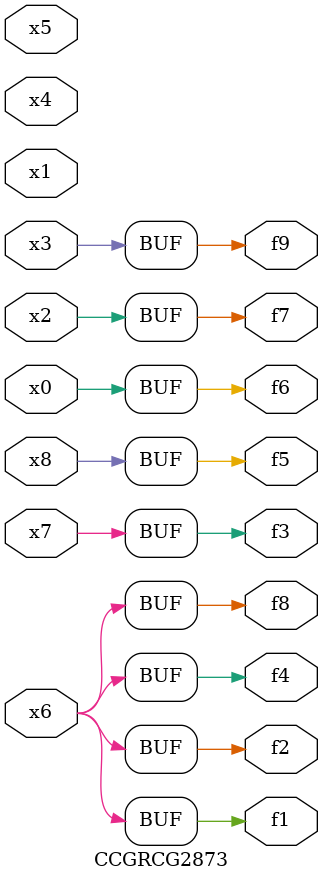
<source format=v>
module CCGRCG2873(
	input x0, x1, x2, x3, x4, x5, x6, x7, x8,
	output f1, f2, f3, f4, f5, f6, f7, f8, f9
);
	assign f1 = x6;
	assign f2 = x6;
	assign f3 = x7;
	assign f4 = x6;
	assign f5 = x8;
	assign f6 = x0;
	assign f7 = x2;
	assign f8 = x6;
	assign f9 = x3;
endmodule

</source>
